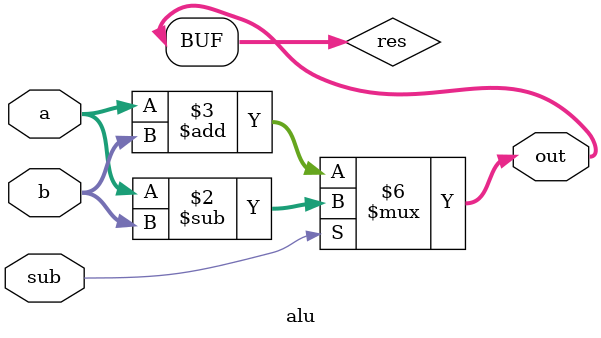
<source format=v>
module alu(
    input sub,
    input [7:0] a, b,
    output [7:0] out
);

reg[7:0] res;

initial begin   
    res = 0;
end

always @ (*) begin  
    if(sub) begin   
        res = a - b;
    end
else begin
        res = a + b;
end

end

assign out = res;
endmodule
</source>
